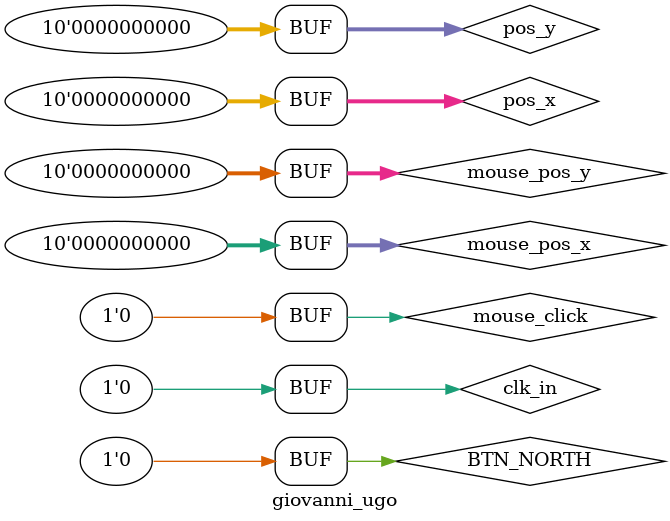
<source format=v>
`timescale 1ns / 1ps


module giovanni_ugo;

	// Inputs
	reg clk_in;
	reg [9:0] mouse_pos_x;
	reg [9:0] mouse_pos_y;
	reg BTN_NORTH;
	reg [9:0] pos_x;
	reg [9:0] pos_y;
	reg mouse_click;

	// Outputs
	wire [4:0] pointer_cell_read_status;

	// Instantiate the Unit Under Test (UUT)
	GridEngine uut (
		.clk_in(clk_in), 
		.mouse_pos_x(mouse_pos_x), 
		.mouse_pos_y(mouse_pos_y), 
		.BTN_NORTH(BTN_NORTH), 
		.pos_x(pos_x), 
		.pos_y(pos_y), 
		.mouse_click(mouse_click), 
		.pointer_cell_read_status(pointer_cell_read_status)
	);

	initial begin
		// Initialize Inputs
		clk_in = 0;
		mouse_pos_x = 0;
		mouse_pos_y = 0;
		BTN_NORTH = 0;
		pos_x = 0;
		pos_y = 0;
		mouse_click = 0;

		// Wait 100 ns for global reset to finish
		#100;
        
		// Add stimulus here

	end
      
endmodule


</source>
